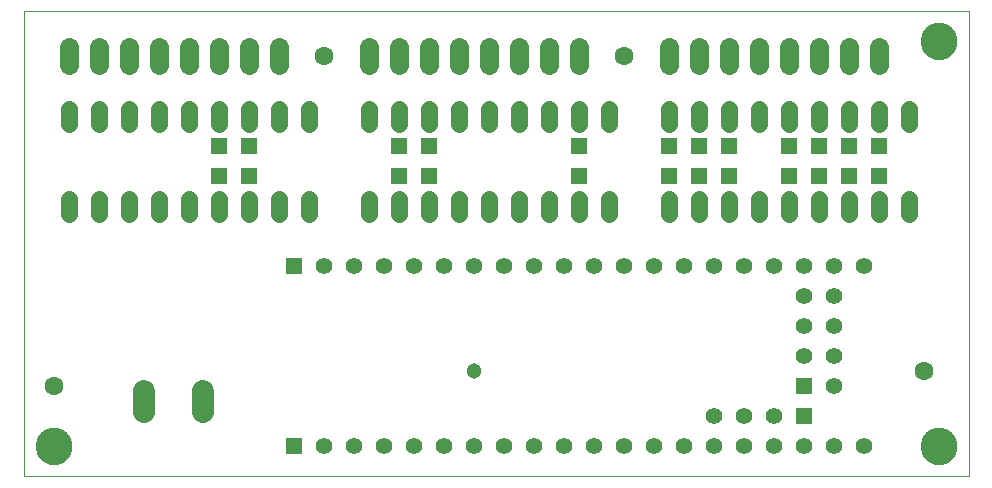
<source format=gts>
G75*
%MOIN*%
%OFA0B0*%
%FSLAX25Y25*%
%IPPOS*%
%LPD*%
%AMOC8*
5,1,8,0,0,1.08239X$1,22.5*
%
%ADD10C,0.00000*%
%ADD11C,0.12211*%
%ADD12C,0.05600*%
%ADD13R,0.05550X0.05550*%
%ADD14C,0.05550*%
%ADD15C,0.06337*%
%ADD16C,0.07450*%
%ADD17C,0.06306*%
%ADD18R,0.05400X0.05400*%
%ADD19C,0.05124*%
D10*
X0023540Y0001000D02*
X0023540Y0155980D01*
X0338501Y0155980D01*
X0338501Y0001000D01*
X0023540Y0001000D01*
X0027634Y0011000D02*
X0027636Y0011153D01*
X0027642Y0011307D01*
X0027652Y0011460D01*
X0027666Y0011612D01*
X0027684Y0011765D01*
X0027706Y0011916D01*
X0027731Y0012067D01*
X0027761Y0012218D01*
X0027795Y0012368D01*
X0027832Y0012516D01*
X0027873Y0012664D01*
X0027918Y0012810D01*
X0027967Y0012956D01*
X0028020Y0013100D01*
X0028076Y0013242D01*
X0028136Y0013383D01*
X0028200Y0013523D01*
X0028267Y0013661D01*
X0028338Y0013797D01*
X0028413Y0013931D01*
X0028490Y0014063D01*
X0028572Y0014193D01*
X0028656Y0014321D01*
X0028744Y0014447D01*
X0028835Y0014570D01*
X0028929Y0014691D01*
X0029027Y0014809D01*
X0029127Y0014925D01*
X0029231Y0015038D01*
X0029337Y0015149D01*
X0029446Y0015257D01*
X0029558Y0015362D01*
X0029672Y0015463D01*
X0029790Y0015562D01*
X0029909Y0015658D01*
X0030031Y0015751D01*
X0030156Y0015840D01*
X0030283Y0015927D01*
X0030412Y0016009D01*
X0030543Y0016089D01*
X0030676Y0016165D01*
X0030811Y0016238D01*
X0030948Y0016307D01*
X0031087Y0016372D01*
X0031227Y0016434D01*
X0031369Y0016492D01*
X0031512Y0016547D01*
X0031657Y0016598D01*
X0031803Y0016645D01*
X0031950Y0016688D01*
X0032098Y0016727D01*
X0032247Y0016763D01*
X0032397Y0016794D01*
X0032548Y0016822D01*
X0032699Y0016846D01*
X0032852Y0016866D01*
X0033004Y0016882D01*
X0033157Y0016894D01*
X0033310Y0016902D01*
X0033463Y0016906D01*
X0033617Y0016906D01*
X0033770Y0016902D01*
X0033923Y0016894D01*
X0034076Y0016882D01*
X0034228Y0016866D01*
X0034381Y0016846D01*
X0034532Y0016822D01*
X0034683Y0016794D01*
X0034833Y0016763D01*
X0034982Y0016727D01*
X0035130Y0016688D01*
X0035277Y0016645D01*
X0035423Y0016598D01*
X0035568Y0016547D01*
X0035711Y0016492D01*
X0035853Y0016434D01*
X0035993Y0016372D01*
X0036132Y0016307D01*
X0036269Y0016238D01*
X0036404Y0016165D01*
X0036537Y0016089D01*
X0036668Y0016009D01*
X0036797Y0015927D01*
X0036924Y0015840D01*
X0037049Y0015751D01*
X0037171Y0015658D01*
X0037290Y0015562D01*
X0037408Y0015463D01*
X0037522Y0015362D01*
X0037634Y0015257D01*
X0037743Y0015149D01*
X0037849Y0015038D01*
X0037953Y0014925D01*
X0038053Y0014809D01*
X0038151Y0014691D01*
X0038245Y0014570D01*
X0038336Y0014447D01*
X0038424Y0014321D01*
X0038508Y0014193D01*
X0038590Y0014063D01*
X0038667Y0013931D01*
X0038742Y0013797D01*
X0038813Y0013661D01*
X0038880Y0013523D01*
X0038944Y0013383D01*
X0039004Y0013242D01*
X0039060Y0013100D01*
X0039113Y0012956D01*
X0039162Y0012810D01*
X0039207Y0012664D01*
X0039248Y0012516D01*
X0039285Y0012368D01*
X0039319Y0012218D01*
X0039349Y0012067D01*
X0039374Y0011916D01*
X0039396Y0011765D01*
X0039414Y0011612D01*
X0039428Y0011460D01*
X0039438Y0011307D01*
X0039444Y0011153D01*
X0039446Y0011000D01*
X0039444Y0010847D01*
X0039438Y0010693D01*
X0039428Y0010540D01*
X0039414Y0010388D01*
X0039396Y0010235D01*
X0039374Y0010084D01*
X0039349Y0009933D01*
X0039319Y0009782D01*
X0039285Y0009632D01*
X0039248Y0009484D01*
X0039207Y0009336D01*
X0039162Y0009190D01*
X0039113Y0009044D01*
X0039060Y0008900D01*
X0039004Y0008758D01*
X0038944Y0008617D01*
X0038880Y0008477D01*
X0038813Y0008339D01*
X0038742Y0008203D01*
X0038667Y0008069D01*
X0038590Y0007937D01*
X0038508Y0007807D01*
X0038424Y0007679D01*
X0038336Y0007553D01*
X0038245Y0007430D01*
X0038151Y0007309D01*
X0038053Y0007191D01*
X0037953Y0007075D01*
X0037849Y0006962D01*
X0037743Y0006851D01*
X0037634Y0006743D01*
X0037522Y0006638D01*
X0037408Y0006537D01*
X0037290Y0006438D01*
X0037171Y0006342D01*
X0037049Y0006249D01*
X0036924Y0006160D01*
X0036797Y0006073D01*
X0036668Y0005991D01*
X0036537Y0005911D01*
X0036404Y0005835D01*
X0036269Y0005762D01*
X0036132Y0005693D01*
X0035993Y0005628D01*
X0035853Y0005566D01*
X0035711Y0005508D01*
X0035568Y0005453D01*
X0035423Y0005402D01*
X0035277Y0005355D01*
X0035130Y0005312D01*
X0034982Y0005273D01*
X0034833Y0005237D01*
X0034683Y0005206D01*
X0034532Y0005178D01*
X0034381Y0005154D01*
X0034228Y0005134D01*
X0034076Y0005118D01*
X0033923Y0005106D01*
X0033770Y0005098D01*
X0033617Y0005094D01*
X0033463Y0005094D01*
X0033310Y0005098D01*
X0033157Y0005106D01*
X0033004Y0005118D01*
X0032852Y0005134D01*
X0032699Y0005154D01*
X0032548Y0005178D01*
X0032397Y0005206D01*
X0032247Y0005237D01*
X0032098Y0005273D01*
X0031950Y0005312D01*
X0031803Y0005355D01*
X0031657Y0005402D01*
X0031512Y0005453D01*
X0031369Y0005508D01*
X0031227Y0005566D01*
X0031087Y0005628D01*
X0030948Y0005693D01*
X0030811Y0005762D01*
X0030676Y0005835D01*
X0030543Y0005911D01*
X0030412Y0005991D01*
X0030283Y0006073D01*
X0030156Y0006160D01*
X0030031Y0006249D01*
X0029909Y0006342D01*
X0029790Y0006438D01*
X0029672Y0006537D01*
X0029558Y0006638D01*
X0029446Y0006743D01*
X0029337Y0006851D01*
X0029231Y0006962D01*
X0029127Y0007075D01*
X0029027Y0007191D01*
X0028929Y0007309D01*
X0028835Y0007430D01*
X0028744Y0007553D01*
X0028656Y0007679D01*
X0028572Y0007807D01*
X0028490Y0007937D01*
X0028413Y0008069D01*
X0028338Y0008203D01*
X0028267Y0008339D01*
X0028200Y0008477D01*
X0028136Y0008617D01*
X0028076Y0008758D01*
X0028020Y0008900D01*
X0027967Y0009044D01*
X0027918Y0009190D01*
X0027873Y0009336D01*
X0027832Y0009484D01*
X0027795Y0009632D01*
X0027761Y0009782D01*
X0027731Y0009933D01*
X0027706Y0010084D01*
X0027684Y0010235D01*
X0027666Y0010388D01*
X0027652Y0010540D01*
X0027642Y0010693D01*
X0027636Y0010847D01*
X0027634Y0011000D01*
X0322634Y0011000D02*
X0322636Y0011153D01*
X0322642Y0011307D01*
X0322652Y0011460D01*
X0322666Y0011612D01*
X0322684Y0011765D01*
X0322706Y0011916D01*
X0322731Y0012067D01*
X0322761Y0012218D01*
X0322795Y0012368D01*
X0322832Y0012516D01*
X0322873Y0012664D01*
X0322918Y0012810D01*
X0322967Y0012956D01*
X0323020Y0013100D01*
X0323076Y0013242D01*
X0323136Y0013383D01*
X0323200Y0013523D01*
X0323267Y0013661D01*
X0323338Y0013797D01*
X0323413Y0013931D01*
X0323490Y0014063D01*
X0323572Y0014193D01*
X0323656Y0014321D01*
X0323744Y0014447D01*
X0323835Y0014570D01*
X0323929Y0014691D01*
X0324027Y0014809D01*
X0324127Y0014925D01*
X0324231Y0015038D01*
X0324337Y0015149D01*
X0324446Y0015257D01*
X0324558Y0015362D01*
X0324672Y0015463D01*
X0324790Y0015562D01*
X0324909Y0015658D01*
X0325031Y0015751D01*
X0325156Y0015840D01*
X0325283Y0015927D01*
X0325412Y0016009D01*
X0325543Y0016089D01*
X0325676Y0016165D01*
X0325811Y0016238D01*
X0325948Y0016307D01*
X0326087Y0016372D01*
X0326227Y0016434D01*
X0326369Y0016492D01*
X0326512Y0016547D01*
X0326657Y0016598D01*
X0326803Y0016645D01*
X0326950Y0016688D01*
X0327098Y0016727D01*
X0327247Y0016763D01*
X0327397Y0016794D01*
X0327548Y0016822D01*
X0327699Y0016846D01*
X0327852Y0016866D01*
X0328004Y0016882D01*
X0328157Y0016894D01*
X0328310Y0016902D01*
X0328463Y0016906D01*
X0328617Y0016906D01*
X0328770Y0016902D01*
X0328923Y0016894D01*
X0329076Y0016882D01*
X0329228Y0016866D01*
X0329381Y0016846D01*
X0329532Y0016822D01*
X0329683Y0016794D01*
X0329833Y0016763D01*
X0329982Y0016727D01*
X0330130Y0016688D01*
X0330277Y0016645D01*
X0330423Y0016598D01*
X0330568Y0016547D01*
X0330711Y0016492D01*
X0330853Y0016434D01*
X0330993Y0016372D01*
X0331132Y0016307D01*
X0331269Y0016238D01*
X0331404Y0016165D01*
X0331537Y0016089D01*
X0331668Y0016009D01*
X0331797Y0015927D01*
X0331924Y0015840D01*
X0332049Y0015751D01*
X0332171Y0015658D01*
X0332290Y0015562D01*
X0332408Y0015463D01*
X0332522Y0015362D01*
X0332634Y0015257D01*
X0332743Y0015149D01*
X0332849Y0015038D01*
X0332953Y0014925D01*
X0333053Y0014809D01*
X0333151Y0014691D01*
X0333245Y0014570D01*
X0333336Y0014447D01*
X0333424Y0014321D01*
X0333508Y0014193D01*
X0333590Y0014063D01*
X0333667Y0013931D01*
X0333742Y0013797D01*
X0333813Y0013661D01*
X0333880Y0013523D01*
X0333944Y0013383D01*
X0334004Y0013242D01*
X0334060Y0013100D01*
X0334113Y0012956D01*
X0334162Y0012810D01*
X0334207Y0012664D01*
X0334248Y0012516D01*
X0334285Y0012368D01*
X0334319Y0012218D01*
X0334349Y0012067D01*
X0334374Y0011916D01*
X0334396Y0011765D01*
X0334414Y0011612D01*
X0334428Y0011460D01*
X0334438Y0011307D01*
X0334444Y0011153D01*
X0334446Y0011000D01*
X0334444Y0010847D01*
X0334438Y0010693D01*
X0334428Y0010540D01*
X0334414Y0010388D01*
X0334396Y0010235D01*
X0334374Y0010084D01*
X0334349Y0009933D01*
X0334319Y0009782D01*
X0334285Y0009632D01*
X0334248Y0009484D01*
X0334207Y0009336D01*
X0334162Y0009190D01*
X0334113Y0009044D01*
X0334060Y0008900D01*
X0334004Y0008758D01*
X0333944Y0008617D01*
X0333880Y0008477D01*
X0333813Y0008339D01*
X0333742Y0008203D01*
X0333667Y0008069D01*
X0333590Y0007937D01*
X0333508Y0007807D01*
X0333424Y0007679D01*
X0333336Y0007553D01*
X0333245Y0007430D01*
X0333151Y0007309D01*
X0333053Y0007191D01*
X0332953Y0007075D01*
X0332849Y0006962D01*
X0332743Y0006851D01*
X0332634Y0006743D01*
X0332522Y0006638D01*
X0332408Y0006537D01*
X0332290Y0006438D01*
X0332171Y0006342D01*
X0332049Y0006249D01*
X0331924Y0006160D01*
X0331797Y0006073D01*
X0331668Y0005991D01*
X0331537Y0005911D01*
X0331404Y0005835D01*
X0331269Y0005762D01*
X0331132Y0005693D01*
X0330993Y0005628D01*
X0330853Y0005566D01*
X0330711Y0005508D01*
X0330568Y0005453D01*
X0330423Y0005402D01*
X0330277Y0005355D01*
X0330130Y0005312D01*
X0329982Y0005273D01*
X0329833Y0005237D01*
X0329683Y0005206D01*
X0329532Y0005178D01*
X0329381Y0005154D01*
X0329228Y0005134D01*
X0329076Y0005118D01*
X0328923Y0005106D01*
X0328770Y0005098D01*
X0328617Y0005094D01*
X0328463Y0005094D01*
X0328310Y0005098D01*
X0328157Y0005106D01*
X0328004Y0005118D01*
X0327852Y0005134D01*
X0327699Y0005154D01*
X0327548Y0005178D01*
X0327397Y0005206D01*
X0327247Y0005237D01*
X0327098Y0005273D01*
X0326950Y0005312D01*
X0326803Y0005355D01*
X0326657Y0005402D01*
X0326512Y0005453D01*
X0326369Y0005508D01*
X0326227Y0005566D01*
X0326087Y0005628D01*
X0325948Y0005693D01*
X0325811Y0005762D01*
X0325676Y0005835D01*
X0325543Y0005911D01*
X0325412Y0005991D01*
X0325283Y0006073D01*
X0325156Y0006160D01*
X0325031Y0006249D01*
X0324909Y0006342D01*
X0324790Y0006438D01*
X0324672Y0006537D01*
X0324558Y0006638D01*
X0324446Y0006743D01*
X0324337Y0006851D01*
X0324231Y0006962D01*
X0324127Y0007075D01*
X0324027Y0007191D01*
X0323929Y0007309D01*
X0323835Y0007430D01*
X0323744Y0007553D01*
X0323656Y0007679D01*
X0323572Y0007807D01*
X0323490Y0007937D01*
X0323413Y0008069D01*
X0323338Y0008203D01*
X0323267Y0008339D01*
X0323200Y0008477D01*
X0323136Y0008617D01*
X0323076Y0008758D01*
X0323020Y0008900D01*
X0322967Y0009044D01*
X0322918Y0009190D01*
X0322873Y0009336D01*
X0322832Y0009484D01*
X0322795Y0009632D01*
X0322761Y0009782D01*
X0322731Y0009933D01*
X0322706Y0010084D01*
X0322684Y0010235D01*
X0322666Y0010388D01*
X0322652Y0010540D01*
X0322642Y0010693D01*
X0322636Y0010847D01*
X0322634Y0011000D01*
X0322634Y0146000D02*
X0322636Y0146153D01*
X0322642Y0146307D01*
X0322652Y0146460D01*
X0322666Y0146612D01*
X0322684Y0146765D01*
X0322706Y0146916D01*
X0322731Y0147067D01*
X0322761Y0147218D01*
X0322795Y0147368D01*
X0322832Y0147516D01*
X0322873Y0147664D01*
X0322918Y0147810D01*
X0322967Y0147956D01*
X0323020Y0148100D01*
X0323076Y0148242D01*
X0323136Y0148383D01*
X0323200Y0148523D01*
X0323267Y0148661D01*
X0323338Y0148797D01*
X0323413Y0148931D01*
X0323490Y0149063D01*
X0323572Y0149193D01*
X0323656Y0149321D01*
X0323744Y0149447D01*
X0323835Y0149570D01*
X0323929Y0149691D01*
X0324027Y0149809D01*
X0324127Y0149925D01*
X0324231Y0150038D01*
X0324337Y0150149D01*
X0324446Y0150257D01*
X0324558Y0150362D01*
X0324672Y0150463D01*
X0324790Y0150562D01*
X0324909Y0150658D01*
X0325031Y0150751D01*
X0325156Y0150840D01*
X0325283Y0150927D01*
X0325412Y0151009D01*
X0325543Y0151089D01*
X0325676Y0151165D01*
X0325811Y0151238D01*
X0325948Y0151307D01*
X0326087Y0151372D01*
X0326227Y0151434D01*
X0326369Y0151492D01*
X0326512Y0151547D01*
X0326657Y0151598D01*
X0326803Y0151645D01*
X0326950Y0151688D01*
X0327098Y0151727D01*
X0327247Y0151763D01*
X0327397Y0151794D01*
X0327548Y0151822D01*
X0327699Y0151846D01*
X0327852Y0151866D01*
X0328004Y0151882D01*
X0328157Y0151894D01*
X0328310Y0151902D01*
X0328463Y0151906D01*
X0328617Y0151906D01*
X0328770Y0151902D01*
X0328923Y0151894D01*
X0329076Y0151882D01*
X0329228Y0151866D01*
X0329381Y0151846D01*
X0329532Y0151822D01*
X0329683Y0151794D01*
X0329833Y0151763D01*
X0329982Y0151727D01*
X0330130Y0151688D01*
X0330277Y0151645D01*
X0330423Y0151598D01*
X0330568Y0151547D01*
X0330711Y0151492D01*
X0330853Y0151434D01*
X0330993Y0151372D01*
X0331132Y0151307D01*
X0331269Y0151238D01*
X0331404Y0151165D01*
X0331537Y0151089D01*
X0331668Y0151009D01*
X0331797Y0150927D01*
X0331924Y0150840D01*
X0332049Y0150751D01*
X0332171Y0150658D01*
X0332290Y0150562D01*
X0332408Y0150463D01*
X0332522Y0150362D01*
X0332634Y0150257D01*
X0332743Y0150149D01*
X0332849Y0150038D01*
X0332953Y0149925D01*
X0333053Y0149809D01*
X0333151Y0149691D01*
X0333245Y0149570D01*
X0333336Y0149447D01*
X0333424Y0149321D01*
X0333508Y0149193D01*
X0333590Y0149063D01*
X0333667Y0148931D01*
X0333742Y0148797D01*
X0333813Y0148661D01*
X0333880Y0148523D01*
X0333944Y0148383D01*
X0334004Y0148242D01*
X0334060Y0148100D01*
X0334113Y0147956D01*
X0334162Y0147810D01*
X0334207Y0147664D01*
X0334248Y0147516D01*
X0334285Y0147368D01*
X0334319Y0147218D01*
X0334349Y0147067D01*
X0334374Y0146916D01*
X0334396Y0146765D01*
X0334414Y0146612D01*
X0334428Y0146460D01*
X0334438Y0146307D01*
X0334444Y0146153D01*
X0334446Y0146000D01*
X0334444Y0145847D01*
X0334438Y0145693D01*
X0334428Y0145540D01*
X0334414Y0145388D01*
X0334396Y0145235D01*
X0334374Y0145084D01*
X0334349Y0144933D01*
X0334319Y0144782D01*
X0334285Y0144632D01*
X0334248Y0144484D01*
X0334207Y0144336D01*
X0334162Y0144190D01*
X0334113Y0144044D01*
X0334060Y0143900D01*
X0334004Y0143758D01*
X0333944Y0143617D01*
X0333880Y0143477D01*
X0333813Y0143339D01*
X0333742Y0143203D01*
X0333667Y0143069D01*
X0333590Y0142937D01*
X0333508Y0142807D01*
X0333424Y0142679D01*
X0333336Y0142553D01*
X0333245Y0142430D01*
X0333151Y0142309D01*
X0333053Y0142191D01*
X0332953Y0142075D01*
X0332849Y0141962D01*
X0332743Y0141851D01*
X0332634Y0141743D01*
X0332522Y0141638D01*
X0332408Y0141537D01*
X0332290Y0141438D01*
X0332171Y0141342D01*
X0332049Y0141249D01*
X0331924Y0141160D01*
X0331797Y0141073D01*
X0331668Y0140991D01*
X0331537Y0140911D01*
X0331404Y0140835D01*
X0331269Y0140762D01*
X0331132Y0140693D01*
X0330993Y0140628D01*
X0330853Y0140566D01*
X0330711Y0140508D01*
X0330568Y0140453D01*
X0330423Y0140402D01*
X0330277Y0140355D01*
X0330130Y0140312D01*
X0329982Y0140273D01*
X0329833Y0140237D01*
X0329683Y0140206D01*
X0329532Y0140178D01*
X0329381Y0140154D01*
X0329228Y0140134D01*
X0329076Y0140118D01*
X0328923Y0140106D01*
X0328770Y0140098D01*
X0328617Y0140094D01*
X0328463Y0140094D01*
X0328310Y0140098D01*
X0328157Y0140106D01*
X0328004Y0140118D01*
X0327852Y0140134D01*
X0327699Y0140154D01*
X0327548Y0140178D01*
X0327397Y0140206D01*
X0327247Y0140237D01*
X0327098Y0140273D01*
X0326950Y0140312D01*
X0326803Y0140355D01*
X0326657Y0140402D01*
X0326512Y0140453D01*
X0326369Y0140508D01*
X0326227Y0140566D01*
X0326087Y0140628D01*
X0325948Y0140693D01*
X0325811Y0140762D01*
X0325676Y0140835D01*
X0325543Y0140911D01*
X0325412Y0140991D01*
X0325283Y0141073D01*
X0325156Y0141160D01*
X0325031Y0141249D01*
X0324909Y0141342D01*
X0324790Y0141438D01*
X0324672Y0141537D01*
X0324558Y0141638D01*
X0324446Y0141743D01*
X0324337Y0141851D01*
X0324231Y0141962D01*
X0324127Y0142075D01*
X0324027Y0142191D01*
X0323929Y0142309D01*
X0323835Y0142430D01*
X0323744Y0142553D01*
X0323656Y0142679D01*
X0323572Y0142807D01*
X0323490Y0142937D01*
X0323413Y0143069D01*
X0323338Y0143203D01*
X0323267Y0143339D01*
X0323200Y0143477D01*
X0323136Y0143617D01*
X0323076Y0143758D01*
X0323020Y0143900D01*
X0322967Y0144044D01*
X0322918Y0144190D01*
X0322873Y0144336D01*
X0322832Y0144484D01*
X0322795Y0144632D01*
X0322761Y0144782D01*
X0322731Y0144933D01*
X0322706Y0145084D01*
X0322684Y0145235D01*
X0322666Y0145388D01*
X0322652Y0145540D01*
X0322642Y0145693D01*
X0322636Y0145847D01*
X0322634Y0146000D01*
D11*
X0328540Y0146000D03*
X0328540Y0011000D03*
X0033540Y0011000D03*
D12*
X0038540Y0088400D02*
X0038540Y0093600D01*
X0048540Y0093600D02*
X0048540Y0088400D01*
X0058540Y0088400D02*
X0058540Y0093600D01*
X0068540Y0093600D02*
X0068540Y0088400D01*
X0078540Y0088400D02*
X0078540Y0093600D01*
X0088540Y0093600D02*
X0088540Y0088400D01*
X0098540Y0088400D02*
X0098540Y0093600D01*
X0108540Y0093600D02*
X0108540Y0088400D01*
X0118540Y0088400D02*
X0118540Y0093600D01*
X0138540Y0093600D02*
X0138540Y0088400D01*
X0148540Y0088400D02*
X0148540Y0093600D01*
X0158540Y0093600D02*
X0158540Y0088400D01*
X0168540Y0088400D02*
X0168540Y0093600D01*
X0178540Y0093600D02*
X0178540Y0088400D01*
X0188540Y0088400D02*
X0188540Y0093600D01*
X0198540Y0093600D02*
X0198540Y0088400D01*
X0208540Y0088400D02*
X0208540Y0093600D01*
X0218540Y0093600D02*
X0218540Y0088400D01*
X0238540Y0088400D02*
X0238540Y0093600D01*
X0248540Y0093600D02*
X0248540Y0088400D01*
X0258540Y0088400D02*
X0258540Y0093600D01*
X0268540Y0093600D02*
X0268540Y0088400D01*
X0278540Y0088400D02*
X0278540Y0093600D01*
X0288540Y0093600D02*
X0288540Y0088400D01*
X0298540Y0088400D02*
X0298540Y0093600D01*
X0308540Y0093600D02*
X0308540Y0088400D01*
X0318540Y0088400D02*
X0318540Y0093600D01*
X0318540Y0118400D02*
X0318540Y0123600D01*
X0308540Y0123600D02*
X0308540Y0118400D01*
X0298540Y0118400D02*
X0298540Y0123600D01*
X0288540Y0123600D02*
X0288540Y0118400D01*
X0278540Y0118400D02*
X0278540Y0123600D01*
X0268540Y0123600D02*
X0268540Y0118400D01*
X0258540Y0118400D02*
X0258540Y0123600D01*
X0248540Y0123600D02*
X0248540Y0118400D01*
X0238540Y0118400D02*
X0238540Y0123600D01*
X0218540Y0123600D02*
X0218540Y0118400D01*
X0208540Y0118400D02*
X0208540Y0123600D01*
X0198540Y0123600D02*
X0198540Y0118400D01*
X0188540Y0118400D02*
X0188540Y0123600D01*
X0178540Y0123600D02*
X0178540Y0118400D01*
X0168540Y0118400D02*
X0168540Y0123600D01*
X0158540Y0123600D02*
X0158540Y0118400D01*
X0148540Y0118400D02*
X0148540Y0123600D01*
X0138540Y0123600D02*
X0138540Y0118400D01*
X0118540Y0118400D02*
X0118540Y0123600D01*
X0108540Y0123600D02*
X0108540Y0118400D01*
X0098540Y0118400D02*
X0098540Y0123600D01*
X0088540Y0123600D02*
X0088540Y0118400D01*
X0078540Y0118400D02*
X0078540Y0123600D01*
X0068540Y0123600D02*
X0068540Y0118400D01*
X0058540Y0118400D02*
X0058540Y0123600D01*
X0048540Y0123600D02*
X0048540Y0118400D01*
X0038540Y0118400D02*
X0038540Y0123600D01*
D13*
X0113540Y0071000D03*
X0113540Y0011000D03*
X0283540Y0021000D03*
X0283540Y0031000D03*
D14*
X0293540Y0031000D03*
X0273540Y0021000D03*
X0263540Y0021000D03*
X0253540Y0021000D03*
X0253540Y0011000D03*
X0243540Y0011000D03*
X0233540Y0011000D03*
X0223540Y0011000D03*
X0213540Y0011000D03*
X0203540Y0011000D03*
X0193540Y0011000D03*
X0183540Y0011000D03*
X0173540Y0011000D03*
X0163540Y0011000D03*
X0153540Y0011000D03*
X0143540Y0011000D03*
X0133540Y0011000D03*
X0123540Y0011000D03*
X0123540Y0071000D03*
X0133540Y0071000D03*
X0143540Y0071000D03*
X0153540Y0071000D03*
X0163540Y0071000D03*
X0173540Y0071000D03*
X0183540Y0071000D03*
X0193540Y0071000D03*
X0203540Y0071000D03*
X0213540Y0071000D03*
X0223540Y0071000D03*
X0233540Y0071000D03*
X0243540Y0071000D03*
X0253540Y0071000D03*
X0263540Y0071000D03*
X0273540Y0071000D03*
X0283540Y0071000D03*
X0293540Y0071000D03*
X0303540Y0071000D03*
X0293540Y0061000D03*
X0283540Y0061000D03*
X0283540Y0051000D03*
X0293540Y0051000D03*
X0293540Y0041000D03*
X0283540Y0041000D03*
X0283540Y0011000D03*
X0273540Y0011000D03*
X0263540Y0011000D03*
X0293540Y0011000D03*
X0303540Y0011000D03*
D15*
X0298540Y0138031D02*
X0298540Y0143969D01*
X0288540Y0143969D02*
X0288540Y0138031D01*
X0278540Y0138031D02*
X0278540Y0143969D01*
X0268540Y0143969D02*
X0268540Y0138031D01*
X0258540Y0138031D02*
X0258540Y0143969D01*
X0248540Y0143969D02*
X0248540Y0138031D01*
X0238540Y0138031D02*
X0238540Y0143969D01*
X0208540Y0143969D02*
X0208540Y0138031D01*
X0198540Y0138031D02*
X0198540Y0143969D01*
X0188540Y0143969D02*
X0188540Y0138031D01*
X0178540Y0138031D02*
X0178540Y0143969D01*
X0168540Y0143969D02*
X0168540Y0138031D01*
X0158540Y0138031D02*
X0158540Y0143969D01*
X0148540Y0143969D02*
X0148540Y0138031D01*
X0138540Y0138031D02*
X0138540Y0143969D01*
X0108540Y0143969D02*
X0108540Y0138031D01*
X0098540Y0138031D02*
X0098540Y0143969D01*
X0088540Y0143969D02*
X0088540Y0138031D01*
X0078540Y0138031D02*
X0078540Y0143969D01*
X0068540Y0143969D02*
X0068540Y0138031D01*
X0058540Y0138031D02*
X0058540Y0143969D01*
X0048540Y0143969D02*
X0048540Y0138031D01*
X0038540Y0138031D02*
X0038540Y0143969D01*
X0308540Y0143969D02*
X0308540Y0138031D01*
D16*
X0083383Y0029525D02*
X0083383Y0022475D01*
X0063698Y0022475D02*
X0063698Y0029525D01*
D17*
X0033540Y0031000D03*
X0123540Y0141000D03*
X0223540Y0141000D03*
X0323540Y0036000D03*
D18*
X0308540Y0101000D03*
X0298540Y0101000D03*
X0288540Y0101000D03*
X0278540Y0101000D03*
X0278540Y0111000D03*
X0288540Y0111000D03*
X0298540Y0111000D03*
X0308540Y0111000D03*
X0258540Y0111000D03*
X0248540Y0111000D03*
X0238540Y0111000D03*
X0238540Y0101000D03*
X0248540Y0101000D03*
X0258540Y0101000D03*
X0208540Y0101000D03*
X0208540Y0111000D03*
X0158540Y0111000D03*
X0148540Y0111000D03*
X0148540Y0101000D03*
X0158540Y0101000D03*
X0098540Y0101000D03*
X0088540Y0101000D03*
X0088540Y0111000D03*
X0098540Y0111000D03*
D19*
X0173540Y0036000D03*
M02*

</source>
